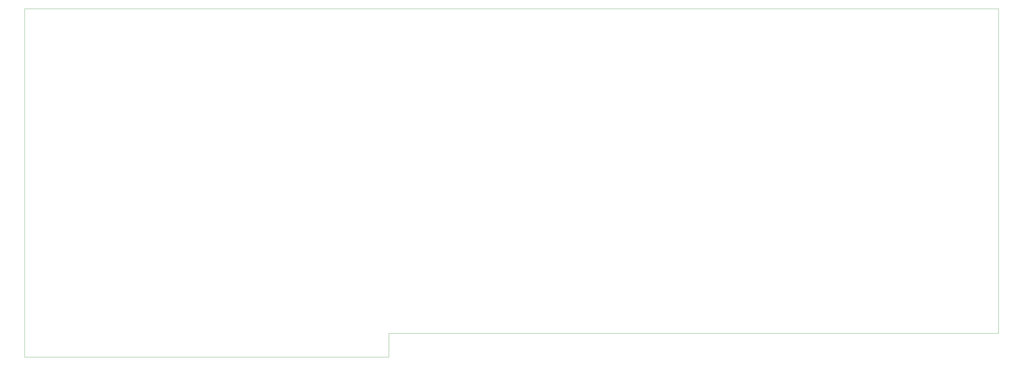
<source format=gbr>
%TF.GenerationSoftware,KiCad,Pcbnew,7.0.5*%
%TF.CreationDate,2024-08-11T23:03:57-04:00*%
%TF.ProjectId,card_for_74_series,63617264-5f66-46f7-925f-37345f736572,rev?*%
%TF.SameCoordinates,Original*%
%TF.FileFunction,Profile,NP*%
%FSLAX46Y46*%
G04 Gerber Fmt 4.6, Leading zero omitted, Abs format (unit mm)*
G04 Created by KiCad (PCBNEW 7.0.5) date 2024-08-11 23:03:57*
%MOMM*%
%LPD*%
G01*
G04 APERTURE LIST*
%TA.AperFunction,Profile*%
%ADD10C,0.100000*%
%TD*%
G04 APERTURE END LIST*
D10*
X243840000Y-154940000D02*
X243840000Y-162560000D01*
X439420000Y-154940000D02*
X439420000Y-147320000D01*
X127000000Y-162560000D02*
X243840000Y-162560000D01*
X127000000Y-50800000D02*
X127000000Y-162560000D01*
X127000000Y-50800000D02*
X439420000Y-50800000D01*
X439420000Y-147320000D02*
X439420000Y-50800000D01*
X243840000Y-154940000D02*
X439420000Y-154940000D01*
M02*

</source>
